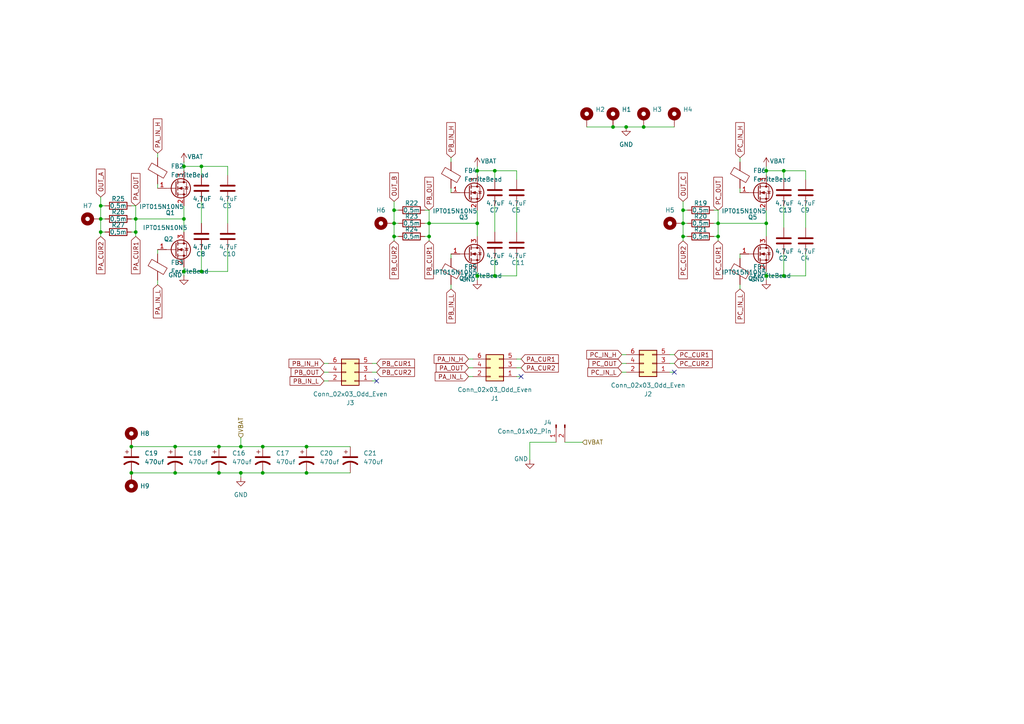
<source format=kicad_sch>
(kicad_sch (version 20250114) (generator "eeschema") (generator_version "9.0")
  (paper "A4")
  (lib_symbols
    (symbol "Connector:Conn_01x02_Pin" (pin_names (offset 1.016) (hide yes))
      (property "Reference" "J" (at 0 2.54 0))
      (property "Value" "Conn_01x02_Pin" (at 0 -5.08 0))
      (symbol "Conn_01x02_Pin_1_1"
        (rectangle (start 0.8636 0.127) (end 0 -0.127) (stroke (width 0.1524)) (fill (type outline)))
        (rectangle (start 0.8636 -2.413) (end 0 -2.667) (stroke (width 0.1524)) (fill (type outline)))
        (polyline (pts (xy 1.27 0) (xy 0.8636 0)) (stroke (width 0.1524)))
        (polyline (pts (xy 1.27 -2.54) (xy 0.8636 -2.54)) (stroke (width 0.1524)))
        (pin passive line (at 5.08 0 180) (length 3.81) (name "Pin_1") (number "1"))
        (pin passive line (at 5.08 -2.54 180) (length 3.81) (name "Pin_2") (number "2"))
      )
    )
    (symbol "Connector_Generic:Conn_02x03_Odd_Even" (pin_names (offset 1.016) (hide yes))
      (property "Reference" "J" (at 1.27 5.08 0))
      (property "Value" "Conn_02x03_Odd_Even" (at 1.27 -5.08 0))
      (symbol "Conn_02x03_Odd_Even_1_1"
        (rectangle (start -1.27 3.81) (end 3.81 -3.81) (stroke (width 0.254)) (fill (type background)))
        (rectangle (start -1.27 2.667) (end 0 2.413) (stroke (width 0.1524)))
        (rectangle (start -1.27 0.127) (end 0 -0.127) (stroke (width 0.1524)))
        (rectangle (start -1.27 -2.413) (end 0 -2.667) (stroke (width 0.1524)))
        (rectangle (start 3.81 2.667) (end 2.54 2.413) (stroke (width 0.1524)))
        (rectangle (start 3.81 0.127) (end 2.54 -0.127) (stroke (width 0.1524)))
        (rectangle (start 3.81 -2.413) (end 2.54 -2.667) (stroke (width 0.1524)))
        (pin passive line (at -5.08 2.54 0) (length 3.81) (name "Pin_1") (number "1"))
        (pin passive line (at -5.08 0 0) (length 3.81) (name "Pin_3") (number "3"))
        (pin passive line (at -5.08 -2.54 0) (length 3.81) (name "Pin_5") (number "5"))
        (pin passive line (at 7.62 2.54 180) (length 3.81) (name "Pin_2") (number "2"))
        (pin passive line (at 7.62 0 180) (length 3.81) (name "Pin_4") (number "4"))
        (pin passive line (at 7.62 -2.54 180) (length 3.81) (name "Pin_6") (number "6"))
      )
    )
    (symbol "Device:C" (pin_numbers (hide yes)) (pin_names (offset 0.254))
      (property "Reference" "C" (at 0.635 2.54 0))
      (property "Value" "C" (at 0.635 -2.54 0))
      (symbol "C_0_1"
        (polyline (pts (xy -2.032 0.762) (xy 2.032 0.762)) (stroke (width 0.508)))
        (polyline (pts (xy -2.032 -0.762) (xy 2.032 -0.762)) (stroke (width 0.508)))
      )
      (symbol "C_1_1"
        (pin passive line (at 0 3.81 270) (length 2.794) (name "~") (number "1"))
        (pin passive line (at 0 -3.81 90) (length 2.794) (name "~") (number "2"))
      )
    )
    (symbol "Device:C_Polarized_US" (pin_numbers (hide yes)) (pin_names (offset 0.254) (hide yes))
      (property "Reference" "C" (at 0.635 2.54 0))
      (property "Value" "C_Polarized_US" (at 0.635 -2.54 0))
      (symbol "C_Polarized_US_0_1"
        (polyline (pts (xy -2.032 0.762) (xy 2.032 0.762)) (stroke (width 0.508)))
        (polyline (pts (xy -1.778 2.286) (xy -0.762 2.286)))
        (polyline (pts (xy -1.27 1.778) (xy -1.27 2.794)))
        (arc (start -2.032 -1.27) (mid 0 -0.5572) (end 2.032 -1.27) (stroke (width 0.508)))
      )
      (symbol "C_Polarized_US_1_1"
        (pin passive line (at 0 3.81 270) (length 2.794) (name "~") (number "1"))
        (pin passive line (at 0 -3.81 90) (length 3.302) (name "~") (number "2"))
      )
    )
    (symbol "Device:FerriteBead" (pin_numbers (hide yes)) (pin_names (offset 0))
      (property "Reference" "FB" (at -3.81 0.635 90))
      (property "Value" "FerriteBead" (at 3.81 0 90))
      (symbol "FerriteBead_0_1"
        (polyline (pts (xy -2.7686 0.4064) (xy -1.7018 2.2606) (xy 2.7686 -0.3048) (xy 1.6764 -2.159) (xy -2.7686 0.4064)))
        (polyline (pts (xy 0 1.27) (xy 0 1.2954)))
        (polyline (pts (xy 0 -1.27) (xy 0 -1.2192)))
      )
      (symbol "FerriteBead_1_1"
        (pin passive line (at 0 3.81 270) (length 2.54) (name "~") (number "1"))
        (pin passive line (at 0 -3.81 90) (length 2.54) (name "~") (number "2"))
      )
    )
    (symbol "Device:R" (pin_numbers (hide yes)) (pin_names (offset 0))
      (property "Reference" "R" (at 2.032 0 90))
      (property "Value" "R" (at 0 0 90))
      (symbol "R_0_1"
        (rectangle (start -1.016 -2.54) (end 1.016 2.54) (stroke (width 0.254)))
      )
      (symbol "R_1_1"
        (pin passive line (at 0 3.81 270) (length 1.27) (name "~") (number "1"))
        (pin passive line (at 0 -3.81 90) (length 1.27) (name "~") (number "2"))
      )
    )
    (symbol "Mechanical:MountingHole_Pad" (pin_numbers (hide yes)) (pin_names (offset 1.016) (hide yes)) (in_bom no)
      (property "Reference" "H" (at 0 6.35 0))
      (property "Value" "MountingHole_Pad" (at 0 4.445 0))
      (symbol "MountingHole_Pad_0_1"
        (circle (center 0 1.27) (radius 1.27) (stroke (width 1.27)))
      )
      (symbol "MountingHole_Pad_1_1"
        (pin input line (at 0 -2.54 90) (length 2.54) (name "1") (number "1"))
      )
    )
    (symbol "Transistor_FET:IPT015N10N5" (pin_names (hide yes))
      (property "Reference" "Q" (at 5.08 1.905 0))
      (property "Value" "IPT015N10N5" (at 5.08 0 0))
      (symbol "IPT015N10N5_0_1"
        (polyline (pts (xy 0.254 1.905) (xy 0.254 -1.905)) (stroke (width 0.254)))
        (polyline (pts (xy 0.254 0) (xy -2.54 0)))
        (polyline (pts (xy 0.762 2.286) (xy 0.762 1.27)) (stroke (width 0.254)))
        (polyline (pts (xy 0.762 0.508) (xy 0.762 -0.508)) (stroke (width 0.254)))
        (polyline (pts (xy 0.762 -1.27) (xy 0.762 -2.286)) (stroke (width 0.254)))
        (polyline (pts (xy 0.762 -1.778) (xy 3.302 -1.778) (xy 3.302 1.778) (xy 0.762 1.778)))
        (polyline (pts (xy 1.016 0) (xy 2.032 0.381) (xy 2.032 -0.381) (xy 1.016 0)) (fill (type outline)))
        (circle (center 1.651 0) (radius 2.794) (stroke (width 0.254)))
        (polyline (pts (xy 2.54 2.54) (xy 2.54 1.778)))
        (circle (center 2.54 1.778) (radius 0.254) (fill (type outline)))
        (circle (center 2.54 -1.778) (radius 0.254) (fill (type outline)))
        (polyline (pts (xy 2.54 -2.54) (xy 2.54 0) (xy 0.762 0)))
        (polyline (pts (xy 2.794 0.508) (xy 2.921 0.381) (xy 3.683 0.381) (xy 3.81 0.254)))
        (polyline (pts (xy 3.302 0.381) (xy 2.921 -0.254) (xy 3.683 -0.254) (xy 3.302 0.381)))
      )
      (symbol "IPT015N10N5_1_1"
        (pin input line (at -5.08 0 0) (length 2.54) (name "G") (number "1"))
        (pin passive line (at 2.54 5.08 270) (length 2.54) (name "D") (number "3"))
        (pin passive line (at 2.54 -5.08 90) (length 2.54) (name "S") (number "2"))
      )
    )
    (symbol "power:GND" (power) (pin_numbers (hide yes)) (pin_names (offset 0) (hide yes))
      (property "Value" "GND" (at 0 -3.81 0))
      (symbol "GND_0_1"
        (polyline (pts (xy 0 0) (xy 0 -1.27) (xy 1.27 -1.27) (xy 0 -2.54) (xy -1.27 -1.27) (xy 0 -1.27)))
      )
      (symbol "GND_1_1"
        (pin power_in line (at 0 0 270) (length 0) (name "~") (number "1"))
      )
    )
    (symbol "power:VCC" (power) (pin_numbers (hide yes)) (pin_names (offset 0) (hide yes))
      (property "Value" "VCC" (at 0 3.556 0))
      (symbol "VCC_0_1"
        (polyline (pts (xy -0.762 1.27) (xy 0 2.54)))
        (polyline (pts (xy 0 2.54) (xy 0.762 1.27)))
        (polyline (pts (xy 0 0) (xy 0 2.54)))
      )
      (symbol "VCC_1_1"
        (pin power_in line (at 0 0 90) (length 0) (name "~") (number "1"))
      )
    )
  )
  (junction (at 208.28 68.58))
  (junction (at 29.21 67.31))
  (junction (at 114.3 60.96))
  (junction (at 227.33 49.53))
  (junction (at 198.12 64.77))
  (junction (at 124.46 68.58))
  (junction (at 177.8 36.83))
  (junction (at 39.37 63.5))
  (junction (at 208.28 64.77))
  (junction (at 114.3 68.58))
  (junction (at 227.33 80.01))
  (junction (at 124.46 64.77))
  (junction (at 76.2 129.54))
  (junction (at 58.42 78.74))
  (junction (at 29.21 59.69))
  (junction (at 53.34 48.26))
  (junction (at 114.3 64.77))
  (junction (at 39.37 67.31))
  (junction (at 88.9 129.54))
  (junction (at 138.43 49.53))
  (junction (at 222.25 80.01))
  (junction (at 50.8 137.16))
  (junction (at 186.69 36.83))
  (junction (at 138.43 64.77))
  (junction (at 181.61 36.83))
  (junction (at 143.51 49.53))
  (junction (at 38.1 129.54))
  (junction (at 58.42 48.26))
  (junction (at 198.12 68.58))
  (junction (at 76.2 137.16))
  (junction (at 198.12 60.96))
  (junction (at 38.1 137.16))
  (junction (at 50.8 129.54))
  (junction (at 53.34 78.74))
  (junction (at 53.34 63.5))
  (junction (at 69.85 137.16))
  (junction (at 63.5 137.16))
  (junction (at 63.5 129.54))
  (junction (at 29.21 63.5))
  (junction (at 138.43 80.01))
  (junction (at 222.25 49.53))
  (junction (at 69.85 129.54))
  (junction (at 222.25 64.77))
  (junction (at 143.51 80.01))
  (junction (at 88.9 137.16))
  (no_connect (at 195.58 107.95))
  (no_connect (at 151.13 109.22))
  (no_connect (at 109.22 110.49))
  (wire (pts (xy 135.89 106.68) (xy 137.16 106.68)))
  (wire (pts (xy 130.81 82.55) (xy 130.81 83.82)))
  (wire (pts (xy 29.21 67.31) (xy 29.21 68.58)))
  (wire (pts (xy 143.51 74.93) (xy 143.51 80.01)))
  (wire (pts (xy 180.34 105.41) (xy 181.61 105.41)))
  (wire (pts (xy 39.37 59.69) (xy 39.37 63.5)))
  (wire (pts (xy 195.58 102.87) (xy 194.31 102.87)))
  (wire (pts (xy 130.81 45.72) (xy 130.81 46.99)))
  (wire (pts (xy 58.42 50.8) (xy 58.42 48.26)))
  (wire (pts (xy 151.13 104.14) (xy 149.86 104.14)))
  (wire (pts (xy 227.33 52.07) (xy 227.33 49.53)))
  (wire (pts (xy 130.81 54.61) (xy 130.81 55.88)))
  (wire (pts (xy 39.37 67.31) (xy 39.37 68.58)))
  (wire (pts (xy 214.63 45.72) (xy 214.63 46.99)))
  (wire (pts (xy 29.21 67.31) (xy 30.48 67.31)))
  (wire (pts (xy 38.1 137.16) (xy 50.8 137.16)))
  (wire (pts (xy 66.04 58.42) (xy 66.04 64.77)))
  (wire (pts (xy 186.69 36.83) (xy 195.58 36.83)))
  (wire (pts (xy 153.67 128.27) (xy 161.29 128.27)))
  (wire (pts (xy 198.12 64.77) (xy 198.12 68.58)))
  (wire (pts (xy 38.1 129.54) (xy 50.8 129.54)))
  (wire (pts (xy 170.18 36.83) (xy 177.8 36.83)))
  (wire (pts (xy 180.34 102.87) (xy 181.61 102.87)))
  (wire (pts (xy 214.63 54.61) (xy 214.63 55.88)))
  (wire (pts (xy 45.72 53.34) (xy 45.72 54.61)))
  (wire (pts (xy 53.34 78.74) (xy 58.42 78.74)))
  (wire (pts (xy 222.25 60.96) (xy 222.25 64.77)))
  (wire (pts (xy 93.98 105.41) (xy 95.25 105.41)))
  (wire (pts (xy 208.28 64.77) (xy 207.01 64.77)))
  (wire (pts (xy 124.46 60.96) (xy 123.19 60.96)))
  (wire (pts (xy 222.25 49.53) (xy 222.25 50.8)))
  (wire (pts (xy 109.22 105.41) (xy 107.95 105.41)))
  (wire (pts (xy 58.42 72.39) (xy 58.42 78.74)))
  (wire (pts (xy 109.22 107.95) (xy 107.95 107.95)))
  (wire (pts (xy 143.51 52.07) (xy 143.51 49.53)))
  (wire (pts (xy 233.68 73.66) (xy 233.68 80.01)))
  (wire (pts (xy 58.42 48.26) (xy 53.34 48.26)))
  (wire (pts (xy 149.86 59.69) (xy 149.86 67.31)))
  (wire (pts (xy 45.72 44.45) (xy 45.72 45.72)))
  (wire (pts (xy 45.72 81.28) (xy 45.72 82.55)))
  (wire (pts (xy 198.12 64.77) (xy 199.39 64.77)))
  (wire (pts (xy 198.12 60.96) (xy 198.12 64.77)))
  (wire (pts (xy 222.25 81.28) (xy 222.25 80.01)))
  (wire (pts (xy 63.5 129.54) (xy 69.85 129.54)))
  (wire (pts (xy 233.68 52.07) (xy 233.68 49.53)))
  (wire (pts (xy 29.21 63.5) (xy 29.21 67.31)))
  (wire (pts (xy 214.63 73.66) (xy 214.63 74.93)))
  (wire (pts (xy 124.46 60.96) (xy 124.46 64.77)))
  (wire (pts (xy 208.28 68.58) (xy 208.28 69.85)))
  (wire (pts (xy 149.86 74.93) (xy 149.86 80.01)))
  (wire (pts (xy 143.51 49.53) (xy 149.86 49.53)))
  (wire (pts (xy 50.8 129.54) (xy 63.5 129.54)))
  (wire (pts (xy 53.34 77.47) (xy 53.34 78.74)))
  (wire (pts (xy 198.12 68.58) (xy 198.12 69.85)))
  (wire (pts (xy 227.33 73.66) (xy 227.33 80.01)))
  (wire (pts (xy 222.25 48.26) (xy 222.25 49.53)))
  (wire (pts (xy 198.12 68.58) (xy 199.39 68.58)))
  (wire (pts (xy 53.34 63.5) (xy 53.34 67.31)))
  (wire (pts (xy 163.83 128.27) (xy 168.91 128.27)))
  (wire (pts (xy 143.51 59.69) (xy 143.51 67.31)))
  (wire (pts (xy 227.33 59.69) (xy 227.33 66.04)))
  (wire (pts (xy 227.33 49.53) (xy 222.25 49.53)))
  (wire (pts (xy 195.58 107.95) (xy 194.31 107.95)))
  (wire (pts (xy 227.33 49.53) (xy 233.68 49.53)))
  (wire (pts (xy 66.04 72.39) (xy 66.04 78.74)))
  (wire (pts (xy 88.9 129.54) (xy 101.6 129.54)))
  (wire (pts (xy 180.34 107.95) (xy 181.61 107.95)))
  (wire (pts (xy 195.58 105.41) (xy 194.31 105.41)))
  (wire (pts (xy 29.21 63.5) (xy 30.48 63.5)))
  (wire (pts (xy 114.3 58.42) (xy 114.3 60.96)))
  (wire (pts (xy 214.63 82.55) (xy 214.63 83.82)))
  (wire (pts (xy 138.43 81.28) (xy 138.43 80.01)))
  (wire (pts (xy 138.43 48.26) (xy 138.43 49.53)))
  (wire (pts (xy 208.28 60.96) (xy 207.01 60.96)))
  (wire (pts (xy 107.95 110.49) (xy 109.22 110.49)))
  (wire (pts (xy 135.89 109.22) (xy 137.16 109.22)))
  (wire (pts (xy 58.42 58.42) (xy 58.42 64.77)))
  (wire (pts (xy 149.86 52.07) (xy 149.86 49.53)))
  (wire (pts (xy 153.67 128.27) (xy 153.67 133.35)))
  (wire (pts (xy 69.85 137.16) (xy 69.85 138.43)))
  (wire (pts (xy 114.3 68.58) (xy 115.57 68.58)))
  (wire (pts (xy 93.98 110.49) (xy 95.25 110.49)))
  (wire (pts (xy 227.33 80.01) (xy 233.68 80.01)))
  (wire (pts (xy 114.3 60.96) (xy 115.57 60.96)))
  (wire (pts (xy 124.46 68.58) (xy 123.19 68.58)))
  (wire (pts (xy 130.81 73.66) (xy 130.81 74.93)))
  (wire (pts (xy 124.46 64.77) (xy 123.19 64.77)))
  (wire (pts (xy 138.43 49.53) (xy 138.43 50.8)))
  (wire (pts (xy 149.86 109.22) (xy 151.13 109.22)))
  (wire (pts (xy 198.12 58.42) (xy 198.12 60.96)))
  (wire (pts (xy 208.28 60.96) (xy 208.28 64.77)))
  (wire (pts (xy 29.21 59.69) (xy 29.21 63.5)))
  (wire (pts (xy 181.61 36.83) (xy 186.69 36.83)))
  (wire (pts (xy 124.46 64.77) (xy 138.43 64.77)))
  (wire (pts (xy 138.43 64.77) (xy 138.43 68.58)))
  (wire (pts (xy 39.37 63.5) (xy 53.34 63.5)))
  (wire (pts (xy 76.2 137.16) (xy 88.9 137.16)))
  (wire (pts (xy 39.37 59.69) (xy 38.1 59.69)))
  (wire (pts (xy 53.34 59.69) (xy 53.34 63.5)))
  (wire (pts (xy 138.43 78.74) (xy 138.43 80.01)))
  (wire (pts (xy 208.28 68.58) (xy 207.01 68.58)))
  (wire (pts (xy 50.8 137.16) (xy 63.5 137.16)))
  (wire (pts (xy 222.25 78.74) (xy 222.25 80.01)))
  (wire (pts (xy 53.34 80.01) (xy 53.34 78.74)))
  (wire (pts (xy 114.3 60.96) (xy 114.3 64.77)))
  (wire (pts (xy 88.9 137.16) (xy 101.6 137.16)))
  (wire (pts (xy 143.51 49.53) (xy 138.43 49.53)))
  (wire (pts (xy 58.42 48.26) (xy 66.04 48.26)))
  (wire (pts (xy 45.72 72.39) (xy 45.72 73.66)))
  (wire (pts (xy 69.85 137.16) (xy 76.2 137.16)))
  (wire (pts (xy 151.13 106.68) (xy 149.86 106.68)))
  (wire (pts (xy 177.8 36.83) (xy 181.61 36.83)))
  (wire (pts (xy 76.2 129.54) (xy 88.9 129.54)))
  (wire (pts (xy 66.04 78.74) (xy 58.42 78.74)))
  (wire (pts (xy 29.21 57.15) (xy 29.21 59.69)))
  (wire (pts (xy 138.43 80.01) (xy 143.51 80.01)))
  (wire (pts (xy 198.12 60.96) (xy 199.39 60.96)))
  (wire (pts (xy 124.46 64.77) (xy 124.46 68.58)))
  (wire (pts (xy 39.37 63.5) (xy 38.1 63.5)))
  (wire (pts (xy 66.04 50.8) (xy 66.04 48.26)))
  (wire (pts (xy 222.25 80.01) (xy 227.33 80.01)))
  (wire (pts (xy 53.34 48.26) (xy 53.34 49.53)))
  (wire (pts (xy 208.28 64.77) (xy 208.28 68.58)))
  (wire (pts (xy 29.21 59.69) (xy 30.48 59.69)))
  (wire (pts (xy 63.5 137.16) (xy 69.85 137.16)))
  (wire (pts (xy 208.28 64.77) (xy 222.25 64.77)))
  (wire (pts (xy 138.43 60.96) (xy 138.43 64.77)))
  (wire (pts (xy 114.3 64.77) (xy 114.3 68.58)))
  (wire (pts (xy 93.98 107.95) (xy 95.25 107.95)))
  (wire (pts (xy 69.85 129.54) (xy 76.2 129.54)))
  (wire (pts (xy 39.37 63.5) (xy 39.37 67.31)))
  (wire (pts (xy 53.34 46.99) (xy 53.34 48.26)))
  (wire (pts (xy 124.46 68.58) (xy 124.46 69.85)))
  (wire (pts (xy 114.3 64.77) (xy 115.57 64.77)))
  (wire (pts (xy 69.85 127) (xy 69.85 129.54)))
  (wire (pts (xy 143.51 80.01) (xy 149.86 80.01)))
  (wire (pts (xy 39.37 67.31) (xy 38.1 67.31)))
  (wire (pts (xy 233.68 59.69) (xy 233.68 66.04)))
  (wire (pts (xy 222.25 64.77) (xy 222.25 68.58)))
  (wire (pts (xy 114.3 68.58) (xy 114.3 69.85)))
  (wire (pts (xy 135.89 104.14) (xy 137.16 104.14)))
  (global_label "PA_CUR2" (shape input) (at 29.21 68.58 270) (property "Intersheetrefs" "${INTERSHEET_REFS}" (effects (hide yes))))
  (global_label "PB_IN_L" (shape input) (at 93.98 110.49 180) (property "Intersheetrefs" "${INTERSHEET_REFS}" (effects (hide yes))))
  (global_label "PB_CUR2" (shape input) (at 114.3 69.85 270) (property "Intersheetrefs" "${INTERSHEET_REFS}" (effects (hide yes))))
  (global_label "PB_CUR2" (shape input) (at 109.22 107.95 0) (property "Intersheetrefs" "${INTERSHEET_REFS}" (effects (hide yes))))
  (global_label "PC_OUT" (shape input) (at 180.34 105.41 180) (property "Intersheetrefs" "${INTERSHEET_REFS}" (effects (hide yes))))
  (global_label "PA_IN_H" (shape input) (at 135.89 104.14 180) (property "Intersheetrefs" "${INTERSHEET_REFS}" (effects (hide yes))))
  (global_label "PC_IN_H" (shape input) (at 180.34 102.87 180) (property "Intersheetrefs" "${INTERSHEET_REFS}" (effects (hide yes))))
  (global_label "PA_CUR1" (shape input) (at 39.37 68.58 270) (property "Intersheetrefs" "${INTERSHEET_REFS}" (effects (hide yes))))
  (global_label "PC_IN_H" (shape input) (at 214.63 45.72 90) (property "Intersheetrefs" "${INTERSHEET_REFS}" (effects (hide yes))))
  (global_label "PA_OUT" (shape input) (at 135.89 106.68 180) (property "Intersheetrefs" "${INTERSHEET_REFS}" (effects (hide yes))))
  (global_label "PA_CUR2" (shape input) (at 151.13 106.68 0) (property "Intersheetrefs" "${INTERSHEET_REFS}" (effects (hide yes))))
  (global_label "PC_CUR2" (shape input) (at 195.58 105.41 0) (property "Intersheetrefs" "${INTERSHEET_REFS}" (effects (hide yes))))
  (global_label "PC_CUR1" (shape input) (at 195.58 102.87 0) (property "Intersheetrefs" "${INTERSHEET_REFS}" (effects (hide yes))))
  (global_label "PA_IN_L" (shape input) (at 135.89 109.22 180) (property "Intersheetrefs" "${INTERSHEET_REFS}" (effects (hide yes))))
  (global_label "PB_CUR1" (shape input) (at 124.46 69.85 270) (property "Intersheetrefs" "${INTERSHEET_REFS}" (effects (hide yes))))
  (global_label "OUT_A" (shape input) (at 29.21 57.15 90) (property "Intersheetrefs" "${INTERSHEET_REFS}" (effects (hide yes))))
  (global_label "PC_OUT" (shape input) (at 208.28 60.96 90) (property "Intersheetrefs" "${INTERSHEET_REFS}" (effects (hide yes))))
  (global_label "PB_IN_H" (shape input) (at 130.81 45.72 90) (property "Intersheetrefs" "${INTERSHEET_REFS}" (effects (hide yes))))
  (global_label "PA_IN_L" (shape input) (at 45.72 82.55 270) (property "Intersheetrefs" "${INTERSHEET_REFS}" (effects (hide yes))))
  (global_label "PB_IN_H" (shape input) (at 93.98 105.41 180) (property "Intersheetrefs" "${INTERSHEET_REFS}" (effects (hide yes))))
  (global_label "PB_OUT" (shape input) (at 124.46 60.96 90) (property "Intersheetrefs" "${INTERSHEET_REFS}" (effects (hide yes))))
  (global_label "PB_IN_L" (shape input) (at 130.81 83.82 270) (property "Intersheetrefs" "${INTERSHEET_REFS}" (effects (hide yes))))
  (global_label "PA_CUR1" (shape input) (at 151.13 104.14 0) (property "Intersheetrefs" "${INTERSHEET_REFS}" (effects (hide yes))))
  (global_label "OUT_C" (shape input) (at 198.12 58.42 90) (property "Intersheetrefs" "${INTERSHEET_REFS}" (effects (hide yes))))
  (global_label "PA_OUT" (shape input) (at 39.37 59.69 90) (property "Intersheetrefs" "${INTERSHEET_REFS}" (effects (hide yes))))
  (global_label "PB_OUT" (shape input) (at 93.98 107.95 180) (property "Intersheetrefs" "${INTERSHEET_REFS}" (effects (hide yes))))
  (global_label "OUT_B" (shape input) (at 114.3 58.42 90) (property "Intersheetrefs" "${INTERSHEET_REFS}" (effects (hide yes))))
  (global_label "PC_IN_L" (shape input) (at 180.34 107.95 180) (property "Intersheetrefs" "${INTERSHEET_REFS}" (effects (hide yes))))
  (global_label "PC_IN_L" (shape input) (at 214.63 83.82 270) (property "Intersheetrefs" "${INTERSHEET_REFS}" (effects (hide yes))))
  (global_label "PA_IN_H" (shape input) (at 45.72 44.45 90) (property "Intersheetrefs" "${INTERSHEET_REFS}" (effects (hide yes))))
  (global_label "PC_CUR2" (shape input) (at 198.12 69.85 270) (property "Intersheetrefs" "${INTERSHEET_REFS}" (effects (hide yes))))
  (global_label "PB_CUR1" (shape input) (at 109.22 105.41 0) (property "Intersheetrefs" "${INTERSHEET_REFS}" (effects (hide yes))))
  (global_label "PC_CUR1" (shape input) (at 208.28 69.85 270) (property "Intersheetrefs" "${INTERSHEET_REFS}" (effects (hide yes))))
  (hierarchical_label "VBAT" (shape input) (at 69.85 127 90))
  (hierarchical_label "VBAT" (shape input) (at 168.91 128.27 0))
  (symbol (lib_id "Device:FerriteBead") (at 130.81 78.74 0) (unit 1)
    (property "Reference" "FB5" (at 134.62 77.4191 0) (effects (justify left)))
    (property "Value" "FerriteBead" (at 134.62 79.9591 0) (effects (justify left)))
    (property "Footprint" "Inductor_SMD:L_Coilcraft_0805HQ_2012Metric" (effects (hide yes)))
    (property "Description" "Ferrite bead" (effects (hide yes)))
  )
  (symbol (lib_id "Device:FerriteBead") (at 130.81 50.8 0) (unit 1)
    (property "Reference" "FB4" (at 134.62 49.4791 0) (effects (justify left)))
    (property "Value" "FerriteBead" (at 134.62 52.0191 0) (effects (justify left)))
    (property "Footprint" "Inductor_SMD:L_Coilcraft_0805HQ_2012Metric" (effects (hide yes)))
    (property "Description" "Ferrite bead" (effects (hide yes)))
  )
  (symbol (lib_id "Device:FerriteBead") (at 214.63 78.74 0) (unit 1)
    (property "Reference" "FB1" (at 218.44 77.4191 0) (effects (justify left)))
    (property "Value" "FerriteBead" (at 218.44 79.9591 0) (effects (justify left)))
    (property "Footprint" "Inductor_SMD:L_Coilcraft_0805HQ_2012Metric" (effects (hide yes)))
    (property "Description" "Ferrite bead" (effects (hide yes)))
  )
  (symbol (lib_id "Transistor_FET:IPT015N10N5") (at 135.89 55.88 0) (unit 1)
    (property "Reference" "Q3" (at 133.096 62.992 0) (effects (justify left)))
    (property "Value" "IPT015N10N5" (at 125.476 61.214 0) (effects (justify left)))
    (property "Footprint" "Package_TO_SOT_SMD:Infineon_PG-HSOF-8-1" (effects (hide yes)))
    (property "Datasheet" "http://www.infineon.com/dgdl/Infineon-IPT015N10N5-DS-v02_01-EN.pdf?fileId=5546d4624a75e5f1014ac94680661aff" (effects (hide yes)))
    (property "Description" "300A Id, 100V Vds, OptiMOS N-Channel Power MOSFET, 1.5mOhm Ron, Qg (typ) 169.0nC, PG-HSOF-8" (effects (hide yes)))
  )
  (symbol (lib_id "Device:C_Polarized_US") (at 101.6 133.35 0) (unit 1)
    (property "Reference" "C21" (at 105.41 131.4449 0) (effects (justify left)))
    (property "Value" "470uf" (at 105.41 133.9849 0) (effects (justify left)))
    (property "Footprint" "Capacitor_THT:CP_Radial_D16.0mm_P7.50mm" (effects (hide yes)))
    (property "Description" "Polarized capacitor, US symbol" (effects (hide yes)))
  )
  (symbol (lib_id "Transistor_FET:IPT015N10N5") (at 219.71 55.88 0) (unit 1)
    (property "Reference" "Q5" (at 216.916 62.992 0) (effects (justify left)))
    (property "Value" "IPT015N10N5" (at 209.296 61.214 0) (effects (justify left)))
    (property "Footprint" "Package_TO_SOT_SMD:Infineon_PG-HSOF-8-1" (effects (hide yes)))
    (property "Datasheet" "http://www.infineon.com/dgdl/Infineon-IPT015N10N5-DS-v02_01-EN.pdf?fileId=5546d4624a75e5f1014ac94680661aff" (effects (hide yes)))
    (property "Description" "300A Id, 100V Vds, OptiMOS N-Channel Power MOSFET, 1.5mOhm Ron, Qg (typ) 169.0nC, PG-HSOF-8" (effects (hide yes)))
  )
  (symbol (lib_id "Connector_Generic:Conn_02x03_Odd_Even") (at 102.87 107.95 180) (unit 1)
    (property "Reference" "J3" (at 101.6 116.84 0))
    (property "Value" "Conn_02x03_Odd_Even" (at 101.6 114.3 0))
    (property "Footprint" "Connector_PinHeader_2.54mm:PinHeader_2x03_P2.54mm_Vertical" (effects (hide yes)))
    (property "Description" "Generic connector, double row, 02x03, odd/even pin numbering scheme (row 1 odd numbers, row 2 even numbers), script generated (kicad-library-utils/schlib/autogen/connector/)" (effects (hide yes)))
  )
  (symbol (lib_id "Device:R") (at 203.2 64.77 90) (unit 1)
    (property "Reference" "R20" (at 203.2 62.738 90))
    (property "Value" "0,5m" (at 203.2 64.77 90))
    (property "Footprint" "Resistor_SMD:R_2512_6332Metric" (effects (hide yes)))
    (property "Description" "Resistor" (effects (hide yes)))
  )
  (symbol (lib_id "Mechanical:MountingHole_Pad") (at 26.67 63.5 90) (unit 1) (in_bom no)
    (property "Reference" "H7" (at 25.4 59.69 90))
    (property "Value" "MountingHole_Pad" (effects (hide yes)))
    (property "Footprint" "MountingHole:MountingHole_6.4mm_M6_Pad_Via" (effects (hide yes)))
    (property "Description" "Mounting Hole with connection" (effects (hide yes)))
  )
  (symbol (lib_id "Transistor_FET:IPT015N10N5") (at 50.8 72.39 0) (unit 1)
    (property "Reference" "Q2" (at 47.498 69.342 0) (effects (justify left)))
    (property "Value" "IPT015N10N5" (at 41.402 66.04 0) (effects (justify left)))
    (property "Footprint" "Package_TO_SOT_SMD:Infineon_PG-HSOF-8-1" (effects (hide yes)))
    (property "Datasheet" "http://www.infineon.com/dgdl/Infineon-IPT015N10N5-DS-v02_01-EN.pdf?fileId=5546d4624a75e5f1014ac94680661aff" (effects (hide yes)))
    (property "Description" "300A Id, 100V Vds, OptiMOS N-Channel Power MOSFET, 1.5mOhm Ron, Qg (typ) 169.0nC, PG-HSOF-8" (effects (hide yes)))
  )
  (symbol (lib_id "Mechanical:MountingHole_Pad") (at 195.58 64.77 90) (unit 1) (in_bom no)
    (property "Reference" "H5" (at 194.31 60.96 90))
    (property "Value" "MountingHole_Pad" (effects (hide yes)))
    (property "Footprint" "MountingHole:MountingHole_6.4mm_M6_Pad_Via" (effects (hide yes)))
    (property "Description" "Mounting Hole with connection" (effects (hide yes)))
  )
  (symbol (lib_id "Mechanical:MountingHole_Pad") (at 38.1 139.7 180) (unit 1) (in_bom no)
    (property "Reference" "H9" (at 40.64 140.9699 0) (effects (justify right)))
    (property "Value" "MountingHole_Pad" (effects (hide yes)))
    (property "Footprint" "MountingHole:MountingHole_6.4mm_M6_Pad_Via" (effects (hide yes)))
    (property "Description" "Mounting Hole with connection" (effects (hide yes)))
  )
  (symbol (lib_id "Device:R") (at 34.29 59.69 90) (unit 1)
    (property "Reference" "R25" (at 34.29 57.658 90))
    (property "Value" "0,5m" (at 34.29 59.69 90))
    (property "Footprint" "Resistor_SMD:R_2512_6332Metric" (effects (hide yes)))
    (property "Description" "Resistor" (effects (hide yes)))
  )
  (symbol (lib_id "Device:FerriteBead") (at 45.72 77.47 0) (unit 1)
    (property "Reference" "FB3" (at 49.53 76.1491 0) (effects (justify left)))
    (property "Value" "FerriteBead" (at 49.53 78.6891 0) (effects (justify left)))
    (property "Footprint" "Inductor_SMD:L_Coilcraft_0805HQ_2012Metric" (effects (hide yes)))
    (property "Description" "Ferrite bead" (effects (hide yes)))
  )
  (symbol (lib_id "Device:C") (at 233.68 55.88 0) (unit 1)
    (property "Reference" "C9" (at 232.156 60.96 0) (effects (justify left)))
    (property "Value" "4,7uF" (at 231.14 58.928 0) (effects (justify left)))
    (property "Footprint" "Capacitor_SMD:C_1210_3225Metric" (effects (hide yes)))
    (property "Description" "Unpolarized capacitor" (effects (hide yes)))
  )
  (symbol (lib_id "power:GND") (at 53.34 80.01 0) (unit 1)
    (property "Reference" "#PWR01" (effects (hide yes)))
    (property "Value" "GND" (at 50.8 79.756 0))
    (property "Description" "Power symbol creates a global label with name \"GND\" , ground" (effects (hide yes)))
  )
  (symbol (lib_id "Device:C") (at 66.04 54.61 0) (unit 1)
    (property "Reference" "C3" (at 64.516 59.69 0) (effects (justify left)))
    (property "Value" "4,7uF" (at 63.5 57.658 0) (effects (justify left)))
    (property "Footprint" "Capacitor_SMD:C_1210_3225Metric" (effects (hide yes)))
    (property "Description" "Unpolarized capacitor" (effects (hide yes)))
  )
  (symbol (lib_id "Connector_Generic:Conn_02x03_Odd_Even") (at 144.78 106.68 180) (unit 1)
    (property "Reference" "J1" (at 143.51 115.57 0))
    (property "Value" "Conn_02x03_Odd_Even" (at 143.51 113.03 0))
    (property "Footprint" "Connector_PinHeader_2.54mm:PinHeader_2x03_P2.54mm_Vertical" (effects (hide yes)))
    (property "Description" "Generic connector, double row, 02x03, odd/even pin numbering scheme (row 1 odd numbers, row 2 even numbers), script generated (kicad-library-utils/schlib/autogen/connector/)" (effects (hide yes)))
  )
  (symbol (lib_id "Transistor_FET:IPT015N10N5") (at 50.8 54.61 0) (unit 1)
    (property "Reference" "Q1" (at 48.006 61.722 0) (effects (justify left)))
    (property "Value" "IPT015N10N5" (at 40.386 59.944 0) (effects (justify left)))
    (property "Footprint" "Package_TO_SOT_SMD:Infineon_PG-HSOF-8-1" (effects (hide yes)))
    (property "Datasheet" "http://www.infineon.com/dgdl/Infineon-IPT015N10N5-DS-v02_01-EN.pdf?fileId=5546d4624a75e5f1014ac94680661aff" (effects (hide yes)))
    (property "Description" "300A Id, 100V Vds, OptiMOS N-Channel Power MOSFET, 1.5mOhm Ron, Qg (typ) 169.0nC, PG-HSOF-8" (effects (hide yes)))
  )
  (symbol (lib_id "Device:R") (at 203.2 68.58 90) (unit 1)
    (property "Reference" "R21" (at 203.2 66.548 90))
    (property "Value" "0,5m" (at 203.2 68.58 90))
    (property "Footprint" "Resistor_SMD:R_2512_6332Metric" (effects (hide yes)))
    (property "Description" "Resistor" (effects (hide yes)))
  )
  (symbol (lib_id "Mechanical:MountingHole_Pad") (at 186.69 34.29 0) (unit 1) (in_bom no)
    (property "Reference" "H3" (at 189.23 31.7499 0) (effects (justify left)))
    (property "Value" "MountingHole_Pad" (effects (hide yes)))
    (property "Footprint" "MountingHole:MountingHole_2.7mm_M2.5_ISO7380_Pad" (effects (hide yes)))
    (property "Description" "Mounting Hole with connection" (effects (hide yes)))
  )
  (symbol (lib_id "Device:C") (at 227.33 55.88 0) (unit 1)
    (property "Reference" "C13" (at 225.806 60.96 0) (effects (justify left)))
    (property "Value" "4,7uF" (at 224.79 58.928 0) (effects (justify left)))
    (property "Footprint" "Capacitor_SMD:C_1210_3225Metric" (effects (hide yes)))
    (property "Description" "Unpolarized capacitor" (effects (hide yes)))
  )
  (symbol (lib_id "Device:C_Polarized_US") (at 38.1 133.35 0) (unit 1)
    (property "Reference" "C19" (at 41.91 131.4449 0) (effects (justify left)))
    (property "Value" "470uf" (at 41.91 133.9849 0) (effects (justify left)))
    (property "Footprint" "Capacitor_THT:CP_Radial_D16.0mm_P7.50mm" (effects (hide yes)))
    (property "Description" "Polarized capacitor, US symbol" (effects (hide yes)))
  )
  (symbol (lib_id "Transistor_FET:IPT015N10N5") (at 135.89 73.66 0) (unit 1)
    (property "Reference" "Q4" (at 133.096 80.772 0) (effects (justify left)))
    (property "Value" "IPT015N10N5" (at 125.476 78.994 0) (effects (justify left)))
    (property "Footprint" "Package_TO_SOT_SMD:Infineon_PG-HSOF-8-1" (effects (hide yes)))
    (property "Datasheet" "http://www.infineon.com/dgdl/Infineon-IPT015N10N5-DS-v02_01-EN.pdf?fileId=5546d4624a75e5f1014ac94680661aff" (effects (hide yes)))
    (property "Description" "300A Id, 100V Vds, OptiMOS N-Channel Power MOSFET, 1.5mOhm Ron, Qg (typ) 169.0nC, PG-HSOF-8" (effects (hide yes)))
  )
  (symbol (lib_id "power:GND") (at 153.67 133.35 0) (unit 1)
    (property "Reference" "#PWR03" (effects (hide yes)))
    (property "Value" "GND" (at 151.13 133.096 0))
    (property "Description" "Power symbol creates a global label with name \"GND\" , ground" (effects (hide yes)))
  )
  (symbol (lib_id "Connector_Generic:Conn_02x03_Odd_Even") (at 189.23 105.41 180) (unit 1)
    (property "Reference" "J2" (at 187.96 114.3 0))
    (property "Value" "Conn_02x03_Odd_Even" (at 187.96 111.76 0))
    (property "Footprint" "Connector_PinHeader_2.54mm:PinHeader_2x03_P2.54mm_Vertical" (effects (hide yes)))
    (property "Description" "Generic connector, double row, 02x03, odd/even pin numbering scheme (row 1 odd numbers, row 2 even numbers), script generated (kicad-library-utils/schlib/autogen/connector/)" (effects (hide yes)))
  )
  (symbol (lib_id "power:GND") (at 181.61 36.83 0) (unit 1)
    (property "Reference" "#PWR04" (effects (hide yes)))
    (property "Value" "GND" (at 181.61 41.91 0))
    (property "Description" "Power symbol creates a global label with name \"GND\" , ground" (effects (hide yes)))
  )
  (symbol (lib_id "Device:R") (at 203.2 60.96 90) (unit 1)
    (property "Reference" "R19" (at 203.2 58.928 90))
    (property "Value" "0,5m" (at 203.2 60.96 90))
    (property "Footprint" "Resistor_SMD:R_2512_6332Metric" (effects (hide yes)))
    (property "Description" "Resistor" (effects (hide yes)))
  )
  (symbol (lib_id "power:GND") (at 222.25 81.28 0) (unit 1)
    (property "Reference" "#PWR014" (effects (hide yes)))
    (property "Value" "GND" (at 219.71 81.026 0))
    (property "Description" "Power symbol creates a global label with name \"GND\" , ground" (effects (hide yes)))
  )
  (symbol (lib_id "Device:R") (at 119.38 60.96 90) (unit 1)
    (property "Reference" "R22" (at 119.38 58.928 90))
    (property "Value" "0,5m" (at 119.38 60.96 90))
    (property "Footprint" "Resistor_SMD:R_2512_6332Metric" (effects (hide yes)))
    (property "Description" "Resistor" (effects (hide yes)))
  )
  (symbol (lib_id "Device:C") (at 149.86 71.12 0) (unit 1)
    (property "Reference" "C11" (at 148.336 76.2 0) (effects (justify left)))
    (property "Value" "4,7uF" (at 147.32 74.168 0) (effects (justify left)))
    (property "Footprint" "Capacitor_SMD:C_1210_3225Metric" (effects (hide yes)))
    (property "Description" "Unpolarized capacitor" (effects (hide yes)))
  )
  (symbol (lib_id "Device:C") (at 143.51 55.88 0) (unit 1)
    (property "Reference" "C7" (at 141.986 60.96 0) (effects (justify left)))
    (property "Value" "4,7uF" (at 140.97 58.928 0) (effects (justify left)))
    (property "Footprint" "Capacitor_SMD:C_1210_3225Metric" (effects (hide yes)))
    (property "Description" "Unpolarized capacitor" (effects (hide yes)))
  )
  (symbol (lib_id "power:GND") (at 138.43 81.28 0) (unit 1)
    (property "Reference" "#PWR08" (effects (hide yes)))
    (property "Value" "GND" (at 135.89 81.026 0))
    (property "Description" "Power symbol creates a global label with name \"GND\" , ground" (effects (hide yes)))
  )
  (symbol (lib_id "Device:C") (at 227.33 69.85 0) (unit 1)
    (property "Reference" "C2" (at 225.806 74.93 0) (effects (justify left)))
    (property "Value" "4,7uF" (at 224.79 72.898 0) (effects (justify left)))
    (property "Footprint" "Capacitor_SMD:C_1210_3225Metric" (effects (hide yes)))
    (property "Description" "Unpolarized capacitor" (effects (hide yes)))
  )
  (symbol (lib_id "Device:R") (at 34.29 63.5 90) (unit 1)
    (property "Reference" "R26" (at 34.29 61.468 90))
    (property "Value" "0,5m" (at 34.29 63.5 90))
    (property "Footprint" "Resistor_SMD:R_2512_6332Metric" (effects (hide yes)))
    (property "Description" "Resistor" (effects (hide yes)))
  )
  (symbol (lib_id "Device:C") (at 58.42 54.61 0) (unit 1)
    (property "Reference" "C1" (at 56.896 59.69 0) (effects (justify left)))
    (property "Value" "4,7uF" (at 55.88 57.658 0) (effects (justify left)))
    (property "Footprint" "Capacitor_SMD:C_1210_3225Metric" (effects (hide yes)))
    (property "Description" "Unpolarized capacitor" (effects (hide yes)))
  )
  (symbol (lib_id "Device:C") (at 58.42 68.58 0) (unit 1)
    (property "Reference" "C8" (at 56.896 73.66 0) (effects (justify left)))
    (property "Value" "4,7uF" (at 55.88 71.628 0) (effects (justify left)))
    (property "Footprint" "Capacitor_SMD:C_1210_3225Metric" (effects (hide yes)))
    (property "Description" "Unpolarized capacitor" (effects (hide yes)))
  )
  (symbol (lib_id "power:VCC") (at 53.34 46.99 0) (unit 1)
    (property "Reference" "#PWR02" (effects (hide yes)))
    (property "Value" "VBAT" (at 56.642 45.466 0))
    (property "Description" "Power symbol creates a global label with name \"VCC\"" (effects (hide yes)))
  )
  (symbol (lib_id "Device:FerriteBead") (at 45.72 49.53 0) (unit 1)
    (property "Reference" "FB2" (at 49.53 48.2091 0) (effects (justify left)))
    (property "Value" "FerriteBead" (at 49.53 50.7491 0) (effects (justify left)))
    (property "Footprint" "Inductor_SMD:L_Coilcraft_0805HQ_2012Metric" (effects (hide yes)))
    (property "Description" "Ferrite bead" (effects (hide yes)))
  )
  (symbol (lib_id "Mechanical:MountingHole_Pad") (at 195.58 34.29 0) (unit 1) (in_bom no)
    (property "Reference" "H4" (at 198.12 31.7499 0) (effects (justify left)))
    (property "Value" "MountingHole_Pad" (effects (hide yes)))
    (property "Footprint" "MountingHole:MountingHole_2.7mm_M2.5_ISO7380_Pad" (effects (hide yes)))
    (property "Description" "Mounting Hole with connection" (effects (hide yes)))
  )
  (symbol (lib_id "Device:FerriteBead") (at 214.63 50.8 0) (unit 1)
    (property "Reference" "FB6" (at 218.44 49.4791 0) (effects (justify left)))
    (property "Value" "FerriteBead" (at 218.44 52.0191 0) (effects (justify left)))
    (property "Footprint" "Inductor_SMD:L_Coilcraft_0805HQ_2012Metric" (effects (hide yes)))
    (property "Description" "Ferrite bead" (effects (hide yes)))
  )
  (symbol (lib_id "Device:C_Polarized_US") (at 76.2 133.35 0) (unit 1)
    (property "Reference" "C17" (at 80.01 131.4449 0) (effects (justify left)))
    (property "Value" "470uf" (at 80.01 133.9849 0) (effects (justify left)))
    (property "Footprint" "Capacitor_THT:CP_Radial_D16.0mm_P7.50mm" (effects (hide yes)))
    (property "Description" "Polarized capacitor, US symbol" (effects (hide yes)))
  )
  (symbol (lib_id "Device:C_Polarized_US") (at 50.8 133.35 0) (unit 1)
    (property "Reference" "C18" (at 54.61 131.4449 0) (effects (justify left)))
    (property "Value" "470uf" (at 54.61 133.9849 0) (effects (justify left)))
    (property "Footprint" "Capacitor_THT:CP_Radial_D16.0mm_P7.50mm" (effects (hide yes)))
    (property "Description" "Polarized capacitor, US symbol" (effects (hide yes)))
  )
  (symbol (lib_id "Mechanical:MountingHole_Pad") (at 177.8 34.29 0) (unit 1) (in_bom no)
    (property "Reference" "H1" (at 180.34 31.7499 0) (effects (justify left)))
    (property "Value" "MountingHole_Pad" (effects (hide yes)))
    (property "Footprint" "MountingHole:MountingHole_2.7mm_M2.5_ISO7380_Pad" (effects (hide yes)))
    (property "Description" "Mounting Hole with connection" (effects (hide yes)))
  )
  (symbol (lib_id "Device:C") (at 149.86 55.88 0) (unit 1)
    (property "Reference" "C5" (at 148.336 60.96 0) (effects (justify left)))
    (property "Value" "4,7uF" (at 147.32 58.928 0) (effects (justify left)))
    (property "Footprint" "Capacitor_SMD:C_1210_3225Metric" (effects (hide yes)))
    (property "Description" "Unpolarized capacitor" (effects (hide yes)))
  )
  (symbol (lib_id "Device:C_Polarized_US") (at 63.5 133.35 0) (unit 1)
    (property "Reference" "C16" (at 67.31 131.4449 0) (effects (justify left)))
    (property "Value" "470uf" (at 67.31 133.9849 0) (effects (justify left)))
    (property "Footprint" "Capacitor_THT:CP_Radial_D16.0mm_P7.50mm" (effects (hide yes)))
    (property "Description" "Polarized capacitor, US symbol" (effects (hide yes)))
  )
  (symbol (lib_id "Device:C") (at 143.51 71.12 0) (unit 1)
    (property "Reference" "C6" (at 141.986 76.2 0) (effects (justify left)))
    (property "Value" "4,7uF" (at 140.97 74.168 0) (effects (justify left)))
    (property "Footprint" "Capacitor_SMD:C_1210_3225Metric" (effects (hide yes)))
    (property "Description" "Unpolarized capacitor" (effects (hide yes)))
  )
  (symbol (lib_id "power:VCC") (at 222.25 48.26 0) (unit 1)
    (property "Reference" "#PWR013" (effects (hide yes)))
    (property "Value" "VBAT" (at 225.552 46.736 0))
    (property "Description" "Power symbol creates a global label with name \"VCC\"" (effects (hide yes)))
  )
  (symbol (lib_id "Device:R") (at 34.29 67.31 90) (unit 1)
    (property "Reference" "R27" (at 34.29 65.278 90))
    (property "Value" "0,5m" (at 34.29 67.31 90))
    (property "Footprint" "Resistor_SMD:R_2512_6332Metric" (effects (hide yes)))
    (property "Description" "Resistor" (effects (hide yes)))
  )
  (symbol (lib_id "power:GND") (at 69.85 138.43 0) (unit 1)
    (property "Reference" "#PWR026" (effects (hide yes)))
    (property "Value" "GND" (at 69.85 143.51 0))
    (property "Description" "Power symbol creates a global label with name \"GND\" , ground" (effects (hide yes)))
  )
  (symbol (lib_id "Mechanical:MountingHole_Pad") (at 111.76 64.77 90) (unit 1) (in_bom no)
    (property "Reference" "H6" (at 110.49 60.96 90))
    (property "Value" "MountingHole_Pad" (effects (hide yes)))
    (property "Footprint" "MountingHole:MountingHole_6.4mm_M6_Pad_Via" (effects (hide yes)))
    (property "Description" "Mounting Hole with connection" (effects (hide yes)))
  )
  (symbol (lib_id "Device:C") (at 66.04 68.58 0) (unit 1)
    (property "Reference" "C10" (at 64.516 73.66 0) (effects (justify left)))
    (property "Value" "4,7uF" (at 63.5 71.628 0) (effects (justify left)))
    (property "Footprint" "Capacitor_SMD:C_1210_3225Metric" (effects (hide yes)))
    (property "Description" "Unpolarized capacitor" (effects (hide yes)))
  )
  (symbol (lib_id "Device:R") (at 119.38 64.77 90) (unit 1)
    (property "Reference" "R23" (at 119.38 62.738 90))
    (property "Value" "0,5m" (at 119.38 64.77 90))
    (property "Footprint" "Resistor_SMD:R_2512_6332Metric" (effects (hide yes)))
    (property "Description" "Resistor" (effects (hide yes)))
  )
  (symbol (lib_id "Mechanical:MountingHole_Pad") (at 38.1 127 0) (unit 1) (in_bom no)
    (property "Reference" "H8" (at 40.64 125.7299 0) (effects (justify left)))
    (property "Value" "MountingHole_Pad" (effects (hide yes)))
    (property "Footprint" "MountingHole:MountingHole_6.4mm_M6_Pad_Via" (effects (hide yes)))
    (property "Description" "Mounting Hole with connection" (effects (hide yes)))
  )
  (symbol (lib_id "power:VCC") (at 138.43 48.26 0) (unit 1)
    (property "Reference" "#PWR07" (effects (hide yes)))
    (property "Value" "VBAT" (at 141.732 46.736 0))
    (property "Description" "Power symbol creates a global label with name \"VCC\"" (effects (hide yes)))
  )
  (symbol (lib_id "Mechanical:MountingHole_Pad") (at 170.18 34.29 0) (unit 1) (in_bom no)
    (property "Reference" "H2" (at 172.72 31.7499 0) (effects (justify left)))
    (property "Value" "MountingHole_Pad" (effects (hide yes)))
    (property "Footprint" "MountingHole:MountingHole_2.7mm_M2.5_ISO7380_Pad" (effects (hide yes)))
    (property "Description" "Mounting Hole with connection" (effects (hide yes)))
  )
  (symbol (lib_id "Device:C_Polarized_US") (at 88.9 133.35 0) (unit 1)
    (property "Reference" "C20" (at 92.71 131.4449 0) (effects (justify left)))
    (property "Value" "470uf" (at 92.71 133.9849 0) (effects (justify left)))
    (property "Footprint" "Capacitor_THT:CP_Radial_D16.0mm_P7.50mm" (effects (hide yes)))
    (property "Description" "Polarized capacitor, US symbol" (effects (hide yes)))
  )
  (symbol (lib_id "Device:R") (at 119.38 68.58 90) (unit 1)
    (property "Reference" "R24" (at 119.38 66.548 90))
    (property "Value" "0,5m" (at 119.38 68.58 90))
    (property "Footprint" "Resistor_SMD:R_2512_6332Metric" (effects (hide yes)))
    (property "Description" "Resistor" (effects (hide yes)))
  )
  (symbol (lib_id "Transistor_FET:IPT015N10N5") (at 219.71 73.66 0) (unit 1)
    (property "Reference" "Q6" (at 216.916 80.772 0) (effects (justify left)))
    (property "Value" "IPT015N10N5" (at 209.296 78.994 0) (effects (justify left)))
    (property "Footprint" "Package_TO_SOT_SMD:Infineon_PG-HSOF-8-1" (effects (hide yes)))
    (property "Datasheet" "http://www.infineon.com/dgdl/Infineon-IPT015N10N5-DS-v02_01-EN.pdf?fileId=5546d4624a75e5f1014ac94680661aff" (effects (hide yes)))
    (property "Description" "300A Id, 100V Vds, OptiMOS N-Channel Power MOSFET, 1.5mOhm Ron, Qg (typ) 169.0nC, PG-HSOF-8" (effects (hide yes)))
  )
  (symbol (lib_id "Device:C") (at 233.68 69.85 0) (unit 1)
    (property "Reference" "C4" (at 232.156 74.93 0) (effects (justify left)))
    (property "Value" "4,7uF" (at 231.14 72.898 0) (effects (justify left)))
    (property "Footprint" "Capacitor_SMD:C_1210_3225Metric" (effects (hide yes)))
    (property "Description" "Unpolarized capacitor" (effects (hide yes)))
  )
  (symbol (lib_id "Connector:Conn_01x02_Pin") (at 161.29 123.19 90) (mirror x) (unit 1)
    (property "Reference" "J4" (at 160.02 122.5549 90) (effects (justify left)))
    (property "Value" "Conn_01x02_Pin" (at 160.02 125.0949 90) (effects (justify left)))
    (property "Footprint" "Connector_PinSocket_2.54mm:PinSocket_1x02_P2.54mm_Vertical" (effects (hide yes)))
    (property "Description" "Generic connector, single row, 01x02, script generated" (effects (hide yes)))
  )
)
</source>
